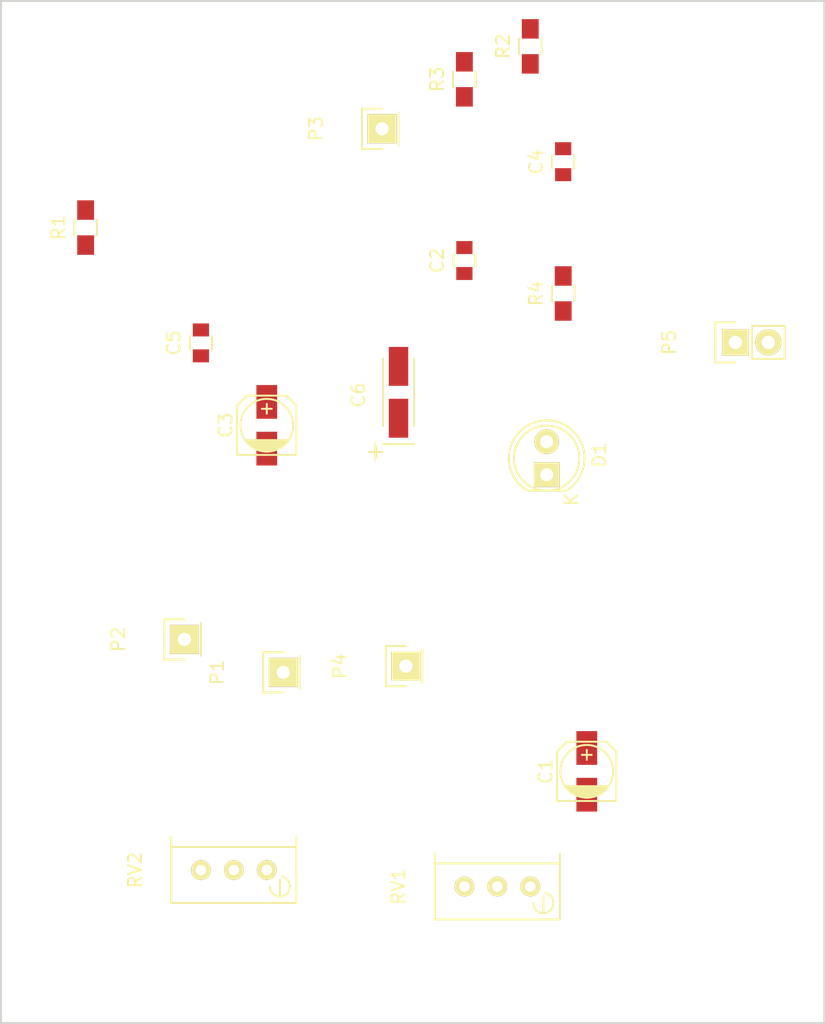
<source format=kicad_pcb>
(kicad_pcb (version 4) (host pcbnew 4.0.0-rc1-stable)

  (general
    (links 25)
    (no_connects 25)
    (area 114.024999 55.195 184.235001 99.019)
    (thickness 1.6)
    (drawings 4)
    (tracks 0)
    (zones 0)
    (modules 18)
    (nets 10)
  )

  (page A4)
  (layers
    (0 F.Cu signal)
    (31 B.Cu signal)
    (32 B.Adhes user)
    (33 F.Adhes user)
    (34 B.Paste user)
    (35 F.Paste user)
    (36 B.SilkS user)
    (37 F.SilkS user)
    (38 B.Mask user)
    (39 F.Mask user)
    (40 Dwgs.User user)
    (41 Cmts.User user)
    (42 Eco1.User user)
    (43 Eco2.User user)
    (44 Edge.Cuts user)
    (45 Margin user)
    (46 B.CrtYd user)
    (47 F.CrtYd user)
    (48 B.Fab user)
    (49 F.Fab user)
  )

  (setup
    (last_trace_width 0.25)
    (trace_clearance 0.2)
    (zone_clearance 0.508)
    (zone_45_only no)
    (trace_min 0.2)
    (segment_width 0.2)
    (edge_width 0.15)
    (via_size 0.6)
    (via_drill 0.4)
    (via_min_size 0.4)
    (via_min_drill 0.3)
    (uvia_size 0.3)
    (uvia_drill 0.1)
    (uvias_allowed no)
    (uvia_min_size 0.2)
    (uvia_min_drill 0.1)
    (pcb_text_width 0.3)
    (pcb_text_size 1.5 1.5)
    (mod_edge_width 0.15)
    (mod_text_size 1 1)
    (mod_text_width 0.15)
    (pad_size 1.524 1.524)
    (pad_drill 0.762)
    (pad_to_mask_clearance 0.2)
    (aux_axis_origin 0 0)
    (visible_elements FFFFFF7F)
    (pcbplotparams
      (layerselection 0x00030_80000001)
      (usegerberextensions false)
      (excludeedgelayer true)
      (linewidth 0.100000)
      (plotframeref false)
      (viasonmask false)
      (mode 1)
      (useauxorigin false)
      (hpglpennumber 1)
      (hpglpenspeed 20)
      (hpglpendiameter 15)
      (hpglpenoverlay 2)
      (psnegative false)
      (psa4output false)
      (plotreference true)
      (plotvalue true)
      (plotinvisibletext false)
      (padsonsilk false)
      (subtractmaskfromsilk false)
      (outputformat 1)
      (mirror false)
      (drillshape 1)
      (scaleselection 1)
      (outputdirectory ""))
  )

  (net 0 "")
  (net 1 Vcc)
  (net 2 GND)
  (net 3 Vref)
  (net 4 Vin)
  (net 5 "Net-(D1-Pad1)")
  (net 6 Vsignal)
  (net 7 Vfb)
  (net 8 "Net-(R4-Pad2)")
  (net 9 "Net-(RV1-Pad3)")

  (net_class Default "This is the default net class."
    (clearance 0.2)
    (trace_width 0.25)
    (via_dia 0.6)
    (via_drill 0.4)
    (uvia_dia 0.3)
    (uvia_drill 0.1)
    (add_net GND)
    (add_net "Net-(D1-Pad1)")
    (add_net "Net-(R4-Pad2)")
    (add_net "Net-(RV1-Pad3)")
    (add_net Vcc)
    (add_net Vfb)
    (add_net Vin)
    (add_net Vref)
    (add_net Vsignal)
  )

  (module Capacitors_SMD:c_elec_4x5.7 (layer F.Cu) (tedit 556FDF26) (tstamp 5618047F)
    (at 131.54 115.21 90)
    (descr "SMT capacitor, aluminium electrolytic, 4x5.7")
    (path /56181DAE)
    (attr smd)
    (fp_text reference C1 (at 0 -3.175 90) (layer F.SilkS)
      (effects (font (size 1 1) (thickness 0.15)))
    )
    (fp_text value 10u (at 0 3.175 90) (layer F.Fab)
      (effects (font (size 1 1) (thickness 0.15)))
    )
    (fp_line (start -3.35 -2.65) (end 3.35 -2.65) (layer F.CrtYd) (width 0.05))
    (fp_line (start 3.35 -2.65) (end 3.35 2.65) (layer F.CrtYd) (width 0.05))
    (fp_line (start 3.35 2.65) (end -3.35 2.65) (layer F.CrtYd) (width 0.05))
    (fp_line (start -3.35 2.65) (end -3.35 -2.65) (layer F.CrtYd) (width 0.05))
    (fp_line (start 1.651 0) (end 0.889 0) (layer F.SilkS) (width 0.15))
    (fp_line (start 1.27 -0.381) (end 1.27 0.381) (layer F.SilkS) (width 0.15))
    (fp_line (start 1.524 2.286) (end -2.286 2.286) (layer F.SilkS) (width 0.15))
    (fp_line (start 2.286 -1.524) (end 2.286 1.524) (layer F.SilkS) (width 0.15))
    (fp_line (start 1.524 2.286) (end 2.286 1.524) (layer F.SilkS) (width 0.15))
    (fp_line (start 1.524 -2.286) (end -2.286 -2.286) (layer F.SilkS) (width 0.15))
    (fp_line (start 1.524 -2.286) (end 2.286 -1.524) (layer F.SilkS) (width 0.15))
    (fp_line (start -2.032 0.127) (end -2.032 -0.127) (layer F.SilkS) (width 0.15))
    (fp_line (start -1.905 -0.635) (end -1.905 0.635) (layer F.SilkS) (width 0.15))
    (fp_line (start -1.778 0.889) (end -1.778 -0.889) (layer F.SilkS) (width 0.15))
    (fp_line (start -1.651 1.143) (end -1.651 -1.143) (layer F.SilkS) (width 0.15))
    (fp_line (start -1.524 -1.27) (end -1.524 1.27) (layer F.SilkS) (width 0.15))
    (fp_line (start -1.397 1.397) (end -1.397 -1.397) (layer F.SilkS) (width 0.15))
    (fp_line (start -1.27 -1.524) (end -1.27 1.524) (layer F.SilkS) (width 0.15))
    (fp_line (start -1.143 -1.651) (end -1.143 1.651) (layer F.SilkS) (width 0.15))
    (fp_line (start -2.286 -2.286) (end -2.286 2.286) (layer F.SilkS) (width 0.15))
    (fp_circle (center 0 0) (end -2.032 0) (layer F.SilkS) (width 0.15))
    (pad 1 smd rect (at 1.80086 0 90) (size 2.60096 1.6002) (layers F.Cu F.Paste F.Mask)
      (net 1 Vcc))
    (pad 2 smd rect (at -1.80086 0 90) (size 2.60096 1.6002) (layers F.Cu F.Paste F.Mask)
      (net 2 GND))
    (model Capacitors_SMD.3dshapes/c_elec_4x5.7.wrl
      (at (xyz 0 0 0))
      (scale (xyz 1 1 1))
      (rotate (xyz 0 0 0))
    )
  )

  (module Capacitors_SMD:C_0805 (layer F.Cu) (tedit 5415D6EA) (tstamp 56180485)
    (at 122.1 75.83 90)
    (descr "Capacitor SMD 0805, reflow soldering, AVX (see smccp.pdf)")
    (tags "capacitor 0805")
    (path /56153EF9)
    (attr smd)
    (fp_text reference C2 (at 0 -2.1 90) (layer F.SilkS)
      (effects (font (size 1 1) (thickness 0.15)))
    )
    (fp_text value 0,01u (at 0 2.1 90) (layer F.Fab)
      (effects (font (size 1 1) (thickness 0.15)))
    )
    (fp_line (start -1.8 -1) (end 1.8 -1) (layer F.CrtYd) (width 0.05))
    (fp_line (start -1.8 1) (end 1.8 1) (layer F.CrtYd) (width 0.05))
    (fp_line (start -1.8 -1) (end -1.8 1) (layer F.CrtYd) (width 0.05))
    (fp_line (start 1.8 -1) (end 1.8 1) (layer F.CrtYd) (width 0.05))
    (fp_line (start 0.5 -0.85) (end -0.5 -0.85) (layer F.SilkS) (width 0.15))
    (fp_line (start -0.5 0.85) (end 0.5 0.85) (layer F.SilkS) (width 0.15))
    (pad 1 smd rect (at -1 0 90) (size 1 1.25) (layers F.Cu F.Paste F.Mask)
      (net 1 Vcc))
    (pad 2 smd rect (at 1 0 90) (size 1 1.25) (layers F.Cu F.Paste F.Mask)
      (net 2 GND))
    (model Capacitors_SMD.3dshapes/C_0805.wrl
      (at (xyz 0 0 0))
      (scale (xyz 1 1 1))
      (rotate (xyz 0 0 0))
    )
  )

  (module Capacitors_SMD:c_elec_4x5.7 (layer F.Cu) (tedit 556FDF26) (tstamp 5618048B)
    (at 106.86 88.53 90)
    (descr "SMT capacitor, aluminium electrolytic, 4x5.7")
    (path /5617FB92)
    (attr smd)
    (fp_text reference C3 (at 0 -3.175 90) (layer F.SilkS)
      (effects (font (size 1 1) (thickness 0.15)))
    )
    (fp_text value 220u (at 0 3.175 90) (layer F.Fab)
      (effects (font (size 1 1) (thickness 0.15)))
    )
    (fp_line (start -3.35 -2.65) (end 3.35 -2.65) (layer F.CrtYd) (width 0.05))
    (fp_line (start 3.35 -2.65) (end 3.35 2.65) (layer F.CrtYd) (width 0.05))
    (fp_line (start 3.35 2.65) (end -3.35 2.65) (layer F.CrtYd) (width 0.05))
    (fp_line (start -3.35 2.65) (end -3.35 -2.65) (layer F.CrtYd) (width 0.05))
    (fp_line (start 1.651 0) (end 0.889 0) (layer F.SilkS) (width 0.15))
    (fp_line (start 1.27 -0.381) (end 1.27 0.381) (layer F.SilkS) (width 0.15))
    (fp_line (start 1.524 2.286) (end -2.286 2.286) (layer F.SilkS) (width 0.15))
    (fp_line (start 2.286 -1.524) (end 2.286 1.524) (layer F.SilkS) (width 0.15))
    (fp_line (start 1.524 2.286) (end 2.286 1.524) (layer F.SilkS) (width 0.15))
    (fp_line (start 1.524 -2.286) (end -2.286 -2.286) (layer F.SilkS) (width 0.15))
    (fp_line (start 1.524 -2.286) (end 2.286 -1.524) (layer F.SilkS) (width 0.15))
    (fp_line (start -2.032 0.127) (end -2.032 -0.127) (layer F.SilkS) (width 0.15))
    (fp_line (start -1.905 -0.635) (end -1.905 0.635) (layer F.SilkS) (width 0.15))
    (fp_line (start -1.778 0.889) (end -1.778 -0.889) (layer F.SilkS) (width 0.15))
    (fp_line (start -1.651 1.143) (end -1.651 -1.143) (layer F.SilkS) (width 0.15))
    (fp_line (start -1.524 -1.27) (end -1.524 1.27) (layer F.SilkS) (width 0.15))
    (fp_line (start -1.397 1.397) (end -1.397 -1.397) (layer F.SilkS) (width 0.15))
    (fp_line (start -1.27 -1.524) (end -1.27 1.524) (layer F.SilkS) (width 0.15))
    (fp_line (start -1.143 -1.651) (end -1.143 1.651) (layer F.SilkS) (width 0.15))
    (fp_line (start -2.286 -2.286) (end -2.286 2.286) (layer F.SilkS) (width 0.15))
    (fp_circle (center 0 0) (end -2.032 0) (layer F.SilkS) (width 0.15))
    (pad 1 smd rect (at 1.80086 0 90) (size 2.60096 1.6002) (layers F.Cu F.Paste F.Mask)
      (net 3 Vref))
    (pad 2 smd rect (at -1.80086 0 90) (size 2.60096 1.6002) (layers F.Cu F.Paste F.Mask)
      (net 2 GND))
    (model Capacitors_SMD.3dshapes/c_elec_4x5.7.wrl
      (at (xyz 0 0 0))
      (scale (xyz 1 1 1))
      (rotate (xyz 0 0 0))
    )
  )

  (module Capacitors_SMD:C_0805 (layer F.Cu) (tedit 5415D6EA) (tstamp 56180491)
    (at 129.72 68.21 90)
    (descr "Capacitor SMD 0805, reflow soldering, AVX (see smccp.pdf)")
    (tags "capacitor 0805")
    (path /56154D38)
    (attr smd)
    (fp_text reference C4 (at 0 -2.1 90) (layer F.SilkS)
      (effects (font (size 1 1) (thickness 0.15)))
    )
    (fp_text value 1u (at 0 2.1 90) (layer F.Fab)
      (effects (font (size 1 1) (thickness 0.15)))
    )
    (fp_line (start -1.8 -1) (end 1.8 -1) (layer F.CrtYd) (width 0.05))
    (fp_line (start -1.8 1) (end 1.8 1) (layer F.CrtYd) (width 0.05))
    (fp_line (start -1.8 -1) (end -1.8 1) (layer F.CrtYd) (width 0.05))
    (fp_line (start 1.8 -1) (end 1.8 1) (layer F.CrtYd) (width 0.05))
    (fp_line (start 0.5 -0.85) (end -0.5 -0.85) (layer F.SilkS) (width 0.15))
    (fp_line (start -0.5 0.85) (end 0.5 0.85) (layer F.SilkS) (width 0.15))
    (pad 1 smd rect (at -1 0 90) (size 1 1.25) (layers F.Cu F.Paste F.Mask)
      (net 3 Vref))
    (pad 2 smd rect (at 1 0 90) (size 1 1.25) (layers F.Cu F.Paste F.Mask)
      (net 2 GND))
    (model Capacitors_SMD.3dshapes/C_0805.wrl
      (at (xyz 0 0 0))
      (scale (xyz 1 1 1))
      (rotate (xyz 0 0 0))
    )
  )

  (module Capacitors_SMD:C_0805 (layer F.Cu) (tedit 5415D6EA) (tstamp 56180497)
    (at 101.78 82.18 90)
    (descr "Capacitor SMD 0805, reflow soldering, AVX (see smccp.pdf)")
    (tags "capacitor 0805")
    (path /56155461)
    (attr smd)
    (fp_text reference C5 (at 0 -2.1 90) (layer F.SilkS)
      (effects (font (size 1 1) (thickness 0.15)))
    )
    (fp_text value 1n (at 0 2.1 90) (layer F.Fab)
      (effects (font (size 1 1) (thickness 0.15)))
    )
    (fp_line (start -1.8 -1) (end 1.8 -1) (layer F.CrtYd) (width 0.05))
    (fp_line (start -1.8 1) (end 1.8 1) (layer F.CrtYd) (width 0.05))
    (fp_line (start -1.8 -1) (end -1.8 1) (layer F.CrtYd) (width 0.05))
    (fp_line (start 1.8 -1) (end 1.8 1) (layer F.CrtYd) (width 0.05))
    (fp_line (start 0.5 -0.85) (end -0.5 -0.85) (layer F.SilkS) (width 0.15))
    (fp_line (start -0.5 0.85) (end 0.5 0.85) (layer F.SilkS) (width 0.15))
    (pad 1 smd rect (at -1 0 90) (size 1 1.25) (layers F.Cu F.Paste F.Mask)
      (net 4 Vin))
    (pad 2 smd rect (at 1 0 90) (size 1 1.25) (layers F.Cu F.Paste F.Mask)
      (net 2 GND))
    (model Capacitors_SMD.3dshapes/C_0805.wrl
      (at (xyz 0 0 0))
      (scale (xyz 1 1 1))
      (rotate (xyz 0 0 0))
    )
  )

  (module Capacitors_Tantalum_SMD:TantalC_SizeA_EIA-3216_HandSoldering (layer F.Cu) (tedit 0) (tstamp 5618049D)
    (at 117.02 85.99 90)
    (descr "Tantal Cap. , Size A, EIA-3216, Hand Soldering,")
    (tags "Tantal Cap. , Size A, EIA-3216, Hand Soldering,")
    (path /5617FBFD)
    (attr smd)
    (fp_text reference C6 (at -0.20066 -3.0988 90) (layer F.SilkS)
      (effects (font (size 1 1) (thickness 0.15)))
    )
    (fp_text value 10u (at -0.09906 3.0988 90) (layer F.Fab)
      (effects (font (size 1 1) (thickness 0.15)))
    )
    (fp_text user + (at -4.59994 -1.80086 90) (layer F.SilkS)
      (effects (font (size 1 1) (thickness 0.15)))
    )
    (fp_line (start -2.60096 1.19888) (end 2.60096 1.19888) (layer F.SilkS) (width 0.15))
    (fp_line (start 2.60096 -1.19888) (end -2.60096 -1.19888) (layer F.SilkS) (width 0.15))
    (fp_line (start -4.59994 -2.2987) (end -4.59994 -1.19888) (layer F.SilkS) (width 0.15))
    (fp_line (start -5.19938 -1.79832) (end -4.0005 -1.79832) (layer F.SilkS) (width 0.15))
    (fp_line (start -3.99542 -1.19888) (end -3.99542 1.19888) (layer F.SilkS) (width 0.15))
    (pad 2 smd rect (at 1.99898 0 90) (size 2.99974 1.50114) (layers F.Cu F.Paste F.Mask)
      (net 2 GND))
    (pad 1 smd rect (at -1.99898 0 90) (size 2.99974 1.50114) (layers F.Cu F.Paste F.Mask)
      (net 3 Vref))
    (model Capacitors_Tantalum_SMD.3dshapes/TantalC_SizeA_EIA-3216_HandSoldering.wrl
      (at (xyz 0 0 0))
      (scale (xyz 1 1 1))
      (rotate (xyz 0 0 180))
    )
  )

  (module LEDs:LED-5MM (layer F.Cu) (tedit 5570F7EA) (tstamp 561804A3)
    (at 128.45 92.34 90)
    (descr "LED 5mm round vertical")
    (tags "LED 5mm round vertical")
    (path /56154941)
    (fp_text reference D1 (at 1.524 4.064 90) (layer F.SilkS)
      (effects (font (size 1 1) (thickness 0.15)))
    )
    (fp_text value LM336 (at 1.524 -3.937 90) (layer F.Fab)
      (effects (font (size 1 1) (thickness 0.15)))
    )
    (fp_line (start -1.5 -1.55) (end -1.5 1.55) (layer F.CrtYd) (width 0.05))
    (fp_arc (start 1.3 0) (end -1.5 1.55) (angle -302) (layer F.CrtYd) (width 0.05))
    (fp_arc (start 1.27 0) (end -1.23 -1.5) (angle 297.5) (layer F.SilkS) (width 0.15))
    (fp_line (start -1.23 1.5) (end -1.23 -1.5) (layer F.SilkS) (width 0.15))
    (fp_circle (center 1.27 0) (end 0.97 -2.5) (layer F.SilkS) (width 0.15))
    (fp_text user K (at -1.905 1.905 90) (layer F.SilkS)
      (effects (font (size 1 1) (thickness 0.15)))
    )
    (pad 1 thru_hole rect (at 0 0 180) (size 2 1.9) (drill 1.00076) (layers *.Cu *.Mask F.SilkS)
      (net 5 "Net-(D1-Pad1)"))
    (pad 2 thru_hole circle (at 2.54 0 90) (size 1.9 1.9) (drill 1.00076) (layers *.Cu *.Mask F.SilkS)
      (net 2 GND))
    (model LEDs.3dshapes/LED-5MM.wrl
      (at (xyz 0.05 0 0))
      (scale (xyz 1 1 1))
      (rotate (xyz 0 0 90))
    )
  )

  (module Pin_Headers:Pin_Header_Straight_1x01 (layer F.Cu) (tedit 54EA08DC) (tstamp 561804A8)
    (at 108.13 107.58 90)
    (descr "Through hole pin header")
    (tags "pin header")
    (path /5615C0F2)
    (fp_text reference P1 (at 0 -5.1 90) (layer F.SilkS)
      (effects (font (size 1 1) (thickness 0.15)))
    )
    (fp_text value CONN_01X01 (at 0 -3.1 90) (layer F.Fab)
      (effects (font (size 1 1) (thickness 0.15)))
    )
    (fp_line (start 1.55 -1.55) (end 1.55 0) (layer F.SilkS) (width 0.15))
    (fp_line (start -1.75 -1.75) (end -1.75 1.75) (layer F.CrtYd) (width 0.05))
    (fp_line (start 1.75 -1.75) (end 1.75 1.75) (layer F.CrtYd) (width 0.05))
    (fp_line (start -1.75 -1.75) (end 1.75 -1.75) (layer F.CrtYd) (width 0.05))
    (fp_line (start -1.75 1.75) (end 1.75 1.75) (layer F.CrtYd) (width 0.05))
    (fp_line (start -1.55 0) (end -1.55 -1.55) (layer F.SilkS) (width 0.15))
    (fp_line (start -1.55 -1.55) (end 1.55 -1.55) (layer F.SilkS) (width 0.15))
    (fp_line (start -1.27 1.27) (end 1.27 1.27) (layer F.SilkS) (width 0.15))
    (pad 1 thru_hole rect (at 0 0 90) (size 2.2352 2.2352) (drill 1.016) (layers *.Cu *.Mask F.SilkS)
      (net 6 Vsignal))
    (model Pin_Headers.3dshapes/Pin_Header_Straight_1x01.wrl
      (at (xyz 0 0 0))
      (scale (xyz 1 1 1))
      (rotate (xyz 0 0 90))
    )
  )

  (module Pin_Headers:Pin_Header_Straight_1x01 (layer F.Cu) (tedit 54EA08DC) (tstamp 561804AD)
    (at 100.51 105.04 90)
    (descr "Through hole pin header")
    (tags "pin header")
    (path /5615D381)
    (fp_text reference P2 (at 0 -5.1 90) (layer F.SilkS)
      (effects (font (size 1 1) (thickness 0.15)))
    )
    (fp_text value CONN_01X01 (at 0 -3.1 90) (layer F.Fab)
      (effects (font (size 1 1) (thickness 0.15)))
    )
    (fp_line (start 1.55 -1.55) (end 1.55 0) (layer F.SilkS) (width 0.15))
    (fp_line (start -1.75 -1.75) (end -1.75 1.75) (layer F.CrtYd) (width 0.05))
    (fp_line (start 1.75 -1.75) (end 1.75 1.75) (layer F.CrtYd) (width 0.05))
    (fp_line (start -1.75 -1.75) (end 1.75 -1.75) (layer F.CrtYd) (width 0.05))
    (fp_line (start -1.75 1.75) (end 1.75 1.75) (layer F.CrtYd) (width 0.05))
    (fp_line (start -1.55 0) (end -1.55 -1.55) (layer F.SilkS) (width 0.15))
    (fp_line (start -1.55 -1.55) (end 1.55 -1.55) (layer F.SilkS) (width 0.15))
    (fp_line (start -1.27 1.27) (end 1.27 1.27) (layer F.SilkS) (width 0.15))
    (pad 1 thru_hole rect (at 0 0 90) (size 2.2352 2.2352) (drill 1.016) (layers *.Cu *.Mask F.SilkS)
      (net 2 GND))
    (model Pin_Headers.3dshapes/Pin_Header_Straight_1x01.wrl
      (at (xyz 0 0 0))
      (scale (xyz 1 1 1))
      (rotate (xyz 0 0 90))
    )
  )

  (module Pin_Headers:Pin_Header_Straight_1x01 (layer F.Cu) (tedit 54EA08DC) (tstamp 561804B2)
    (at 115.75 65.67 90)
    (descr "Through hole pin header")
    (tags "pin header")
    (path /5615C60D)
    (fp_text reference P3 (at 0 -5.1 90) (layer F.SilkS)
      (effects (font (size 1 1) (thickness 0.15)))
    )
    (fp_text value CONN_01X01 (at 0 -3.1 90) (layer F.Fab)
      (effects (font (size 1 1) (thickness 0.15)))
    )
    (fp_line (start 1.55 -1.55) (end 1.55 0) (layer F.SilkS) (width 0.15))
    (fp_line (start -1.75 -1.75) (end -1.75 1.75) (layer F.CrtYd) (width 0.05))
    (fp_line (start 1.75 -1.75) (end 1.75 1.75) (layer F.CrtYd) (width 0.05))
    (fp_line (start -1.75 -1.75) (end 1.75 -1.75) (layer F.CrtYd) (width 0.05))
    (fp_line (start -1.75 1.75) (end 1.75 1.75) (layer F.CrtYd) (width 0.05))
    (fp_line (start -1.55 0) (end -1.55 -1.55) (layer F.SilkS) (width 0.15))
    (fp_line (start -1.55 -1.55) (end 1.55 -1.55) (layer F.SilkS) (width 0.15))
    (fp_line (start -1.27 1.27) (end 1.27 1.27) (layer F.SilkS) (width 0.15))
    (pad 1 thru_hole rect (at 0 0 90) (size 2.2352 2.2352) (drill 1.016) (layers *.Cu *.Mask F.SilkS)
      (net 7 Vfb))
    (model Pin_Headers.3dshapes/Pin_Header_Straight_1x01.wrl
      (at (xyz 0 0 0))
      (scale (xyz 1 1 1))
      (rotate (xyz 0 0 90))
    )
  )

  (module Pin_Headers:Pin_Header_Straight_1x01 (layer F.Cu) (tedit 54EA08DC) (tstamp 561804B7)
    (at 117.59 107.1 90)
    (descr "Through hole pin header")
    (tags "pin header")
    (path /5615E308)
    (fp_text reference P4 (at 0 -5.1 90) (layer F.SilkS)
      (effects (font (size 1 1) (thickness 0.15)))
    )
    (fp_text value CONN_01X01 (at 0 -3.1 90) (layer F.Fab)
      (effects (font (size 1 1) (thickness 0.15)))
    )
    (fp_line (start 1.55 -1.55) (end 1.55 0) (layer F.SilkS) (width 0.15))
    (fp_line (start -1.75 -1.75) (end -1.75 1.75) (layer F.CrtYd) (width 0.05))
    (fp_line (start 1.75 -1.75) (end 1.75 1.75) (layer F.CrtYd) (width 0.05))
    (fp_line (start -1.75 -1.75) (end 1.75 -1.75) (layer F.CrtYd) (width 0.05))
    (fp_line (start -1.75 1.75) (end 1.75 1.75) (layer F.CrtYd) (width 0.05))
    (fp_line (start -1.55 0) (end -1.55 -1.55) (layer F.SilkS) (width 0.15))
    (fp_line (start -1.55 -1.55) (end 1.55 -1.55) (layer F.SilkS) (width 0.15))
    (fp_line (start -1.27 1.27) (end 1.27 1.27) (layer F.SilkS) (width 0.15))
    (pad 1 thru_hole rect (at 0 0 90) (size 2.2352 2.2352) (drill 1.016) (layers *.Cu *.Mask F.SilkS)
      (net 1 Vcc))
    (model Pin_Headers.3dshapes/Pin_Header_Straight_1x01.wrl
      (at (xyz 0 0 0))
      (scale (xyz 1 1 1))
      (rotate (xyz 0 0 90))
    )
  )

  (module Pin_Headers:Pin_Header_Straight_1x02 (layer F.Cu) (tedit 54EA090C) (tstamp 561804BD)
    (at 143 82.14 90)
    (descr "Through hole pin header")
    (tags "pin header")
    (path /5615D473)
    (fp_text reference P5 (at 0 -5.1 90) (layer F.SilkS)
      (effects (font (size 1 1) (thickness 0.15)))
    )
    (fp_text value CONN_01X02 (at 0 -3.1 90) (layer F.Fab)
      (effects (font (size 1 1) (thickness 0.15)))
    )
    (fp_line (start 1.27 1.27) (end 1.27 3.81) (layer F.SilkS) (width 0.15))
    (fp_line (start 1.55 -1.55) (end 1.55 0) (layer F.SilkS) (width 0.15))
    (fp_line (start -1.75 -1.75) (end -1.75 4.3) (layer F.CrtYd) (width 0.05))
    (fp_line (start 1.75 -1.75) (end 1.75 4.3) (layer F.CrtYd) (width 0.05))
    (fp_line (start -1.75 -1.75) (end 1.75 -1.75) (layer F.CrtYd) (width 0.05))
    (fp_line (start -1.75 4.3) (end 1.75 4.3) (layer F.CrtYd) (width 0.05))
    (fp_line (start 1.27 1.27) (end -1.27 1.27) (layer F.SilkS) (width 0.15))
    (fp_line (start -1.55 0) (end -1.55 -1.55) (layer F.SilkS) (width 0.15))
    (fp_line (start -1.55 -1.55) (end 1.55 -1.55) (layer F.SilkS) (width 0.15))
    (fp_line (start -1.27 1.27) (end -1.27 3.81) (layer F.SilkS) (width 0.15))
    (fp_line (start -1.27 3.81) (end 1.27 3.81) (layer F.SilkS) (width 0.15))
    (pad 1 thru_hole rect (at 0 0 90) (size 2.032 2.032) (drill 1.016) (layers *.Cu *.Mask F.SilkS)
      (net 3 Vref))
    (pad 2 thru_hole oval (at 0 2.54 90) (size 2.032 2.032) (drill 1.016) (layers *.Cu *.Mask F.SilkS)
      (net 4 Vin))
    (model Pin_Headers.3dshapes/Pin_Header_Straight_1x02.wrl
      (at (xyz 0 -0.05 0))
      (scale (xyz 1 1 1))
      (rotate (xyz 0 0 90))
    )
  )

  (module Resistors_SMD:R_0805_HandSoldering (layer F.Cu) (tedit 54189DEE) (tstamp 561804C3)
    (at 92.89 73.29 90)
    (descr "Resistor SMD 0805, hand soldering")
    (tags "resistor 0805")
    (path /56153FC2)
    (attr smd)
    (fp_text reference R1 (at 0 -2.1 90) (layer F.SilkS)
      (effects (font (size 1 1) (thickness 0.15)))
    )
    (fp_text value 1,2k (at 0 2.1 90) (layer F.Fab)
      (effects (font (size 1 1) (thickness 0.15)))
    )
    (fp_line (start -2.4 -1) (end 2.4 -1) (layer F.CrtYd) (width 0.05))
    (fp_line (start -2.4 1) (end 2.4 1) (layer F.CrtYd) (width 0.05))
    (fp_line (start -2.4 -1) (end -2.4 1) (layer F.CrtYd) (width 0.05))
    (fp_line (start 2.4 -1) (end 2.4 1) (layer F.CrtYd) (width 0.05))
    (fp_line (start 0.6 0.875) (end -0.6 0.875) (layer F.SilkS) (width 0.15))
    (fp_line (start -0.6 -0.875) (end 0.6 -0.875) (layer F.SilkS) (width 0.15))
    (pad 1 smd rect (at -1.35 0 90) (size 1.5 1.3) (layers F.Cu F.Paste F.Mask)
      (net 5 "Net-(D1-Pad1)"))
    (pad 2 smd rect (at 1.35 0 90) (size 1.5 1.3) (layers F.Cu F.Paste F.Mask)
      (net 1 Vcc))
    (model Resistors_SMD.3dshapes/R_0805_HandSoldering.wrl
      (at (xyz 0 0 0))
      (scale (xyz 1 1 1))
      (rotate (xyz 0 0 0))
    )
  )

  (module Resistors_SMD:R_0805_HandSoldering (layer F.Cu) (tedit 54189DEE) (tstamp 561804C9)
    (at 127.18 59.32 90)
    (descr "Resistor SMD 0805, hand soldering")
    (tags "resistor 0805")
    (path /561553B6)
    (attr smd)
    (fp_text reference R2 (at 0 -2.1 90) (layer F.SilkS)
      (effects (font (size 1 1) (thickness 0.15)))
    )
    (fp_text value 6,8K (at 0 2.1 90) (layer F.Fab)
      (effects (font (size 1 1) (thickness 0.15)))
    )
    (fp_line (start -2.4 -1) (end 2.4 -1) (layer F.CrtYd) (width 0.05))
    (fp_line (start -2.4 1) (end 2.4 1) (layer F.CrtYd) (width 0.05))
    (fp_line (start -2.4 -1) (end -2.4 1) (layer F.CrtYd) (width 0.05))
    (fp_line (start 2.4 -1) (end 2.4 1) (layer F.CrtYd) (width 0.05))
    (fp_line (start 0.6 0.875) (end -0.6 0.875) (layer F.SilkS) (width 0.15))
    (fp_line (start -0.6 -0.875) (end 0.6 -0.875) (layer F.SilkS) (width 0.15))
    (pad 1 smd rect (at -1.35 0 90) (size 1.5 1.3) (layers F.Cu F.Paste F.Mask)
      (net 4 Vin))
    (pad 2 smd rect (at 1.35 0 90) (size 1.5 1.3) (layers F.Cu F.Paste F.Mask)
      (net 6 Vsignal))
    (model Resistors_SMD.3dshapes/R_0805_HandSoldering.wrl
      (at (xyz 0 0 0))
      (scale (xyz 1 1 1))
      (rotate (xyz 0 0 0))
    )
  )

  (module Resistors_SMD:R_0805_HandSoldering (layer F.Cu) (tedit 54189DEE) (tstamp 561804CF)
    (at 122.1 61.86 90)
    (descr "Resistor SMD 0805, hand soldering")
    (tags "resistor 0805")
    (path /5615541C)
    (attr smd)
    (fp_text reference R3 (at 0 -2.1 90) (layer F.SilkS)
      (effects (font (size 1 1) (thickness 0.15)))
    )
    (fp_text value 6,8K (at 0 2.1 90) (layer F.Fab)
      (effects (font (size 1 1) (thickness 0.15)))
    )
    (fp_line (start -2.4 -1) (end 2.4 -1) (layer F.CrtYd) (width 0.05))
    (fp_line (start -2.4 1) (end 2.4 1) (layer F.CrtYd) (width 0.05))
    (fp_line (start -2.4 -1) (end -2.4 1) (layer F.CrtYd) (width 0.05))
    (fp_line (start 2.4 -1) (end 2.4 1) (layer F.CrtYd) (width 0.05))
    (fp_line (start 0.6 0.875) (end -0.6 0.875) (layer F.SilkS) (width 0.15))
    (fp_line (start -0.6 -0.875) (end 0.6 -0.875) (layer F.SilkS) (width 0.15))
    (pad 1 smd rect (at -1.35 0 90) (size 1.5 1.3) (layers F.Cu F.Paste F.Mask)
      (net 4 Vin))
    (pad 2 smd rect (at 1.35 0 90) (size 1.5 1.3) (layers F.Cu F.Paste F.Mask)
      (net 7 Vfb))
    (model Resistors_SMD.3dshapes/R_0805_HandSoldering.wrl
      (at (xyz 0 0 0))
      (scale (xyz 1 1 1))
      (rotate (xyz 0 0 0))
    )
  )

  (module Resistors_SMD:R_0805_HandSoldering (layer F.Cu) (tedit 54189DEE) (tstamp 561804D5)
    (at 129.72 78.37 90)
    (descr "Resistor SMD 0805, hand soldering")
    (tags "resistor 0805")
    (path /56181855)
    (attr smd)
    (fp_text reference R4 (at 0 -2.1 90) (layer F.SilkS)
      (effects (font (size 1 1) (thickness 0.15)))
    )
    (fp_text value 7,5k (at 0 2.1 90) (layer F.Fab)
      (effects (font (size 1 1) (thickness 0.15)))
    )
    (fp_line (start -2.4 -1) (end 2.4 -1) (layer F.CrtYd) (width 0.05))
    (fp_line (start -2.4 1) (end 2.4 1) (layer F.CrtYd) (width 0.05))
    (fp_line (start -2.4 -1) (end -2.4 1) (layer F.CrtYd) (width 0.05))
    (fp_line (start 2.4 -1) (end 2.4 1) (layer F.CrtYd) (width 0.05))
    (fp_line (start 0.6 0.875) (end -0.6 0.875) (layer F.SilkS) (width 0.15))
    (fp_line (start -0.6 -0.875) (end 0.6 -0.875) (layer F.SilkS) (width 0.15))
    (pad 1 smd rect (at -1.35 0 90) (size 1.5 1.3) (layers F.Cu F.Paste F.Mask)
      (net 3 Vref))
    (pad 2 smd rect (at 1.35 0 90) (size 1.5 1.3) (layers F.Cu F.Paste F.Mask)
      (net 8 "Net-(R4-Pad2)"))
    (model Resistors_SMD.3dshapes/R_0805_HandSoldering.wrl
      (at (xyz 0 0 0))
      (scale (xyz 1 1 1))
      (rotate (xyz 0 0 0))
    )
  )

  (module Potentiometers:Potentiometer_Bourns_3296W_3-8Zoll_Inline_ScrewUp (layer F.Cu) (tedit 54130B3D) (tstamp 561804DC)
    (at 127.18 124.09 90)
    (descr "3296, 3/8, Square, Trimpot, Trimming, Potentiometer, Bourns")
    (tags "3296, 3/8, Square, Trimpot, Trimming, Potentiometer, Bourns")
    (path /56154BFA)
    (fp_text reference RV1 (at 0 -10.16 90) (layer F.SilkS)
      (effects (font (size 1 1) (thickness 0.15)))
    )
    (fp_text value 100 (at 1.27 5.08 90) (layer F.Fab)
      (effects (font (size 1 1) (thickness 0.15)))
    )
    (fp_line (start -2.032 1.016) (end -0.762 1.016) (layer F.SilkS) (width 0.15))
    (fp_line (start -1.2827 0.2286) (end -1.5367 0.2667) (layer F.SilkS) (width 0.15))
    (fp_line (start -1.5367 0.2667) (end -1.8161 0.4445) (layer F.SilkS) (width 0.15))
    (fp_line (start -1.8161 0.4445) (end -2.032 0.762) (layer F.SilkS) (width 0.15))
    (fp_line (start -2.032 0.762) (end -2.0447 1.2065) (layer F.SilkS) (width 0.15))
    (fp_line (start -2.0447 1.2065) (end -1.8415 1.5621) (layer F.SilkS) (width 0.15))
    (fp_line (start -1.8415 1.5621) (end -1.5494 1.7399) (layer F.SilkS) (width 0.15))
    (fp_line (start -1.5494 1.7399) (end -1.2319 1.7907) (layer F.SilkS) (width 0.15))
    (fp_line (start -1.2319 1.7907) (end -0.8255 1.6891) (layer F.SilkS) (width 0.15))
    (fp_line (start -0.8255 1.6891) (end -0.5715 1.3462) (layer F.SilkS) (width 0.15))
    (fp_line (start -0.5715 1.3462) (end -0.4826 1.1684) (layer F.SilkS) (width 0.15))
    (fp_line (start 1.778 -7.366) (end 1.778 2.286) (layer F.SilkS) (width 0.15))
    (fp_line (start -1.27 2.286) (end -2.54 2.286) (layer F.SilkS) (width 0.15))
    (fp_line (start -2.54 2.286) (end -2.54 -7.366) (layer F.SilkS) (width 0.15))
    (fp_line (start -2.54 -7.366) (end 2.54 -7.366) (layer F.SilkS) (width 0.15))
    (fp_line (start 2.54 2.286) (end 0 2.286) (layer F.SilkS) (width 0.15))
    (fp_line (start 0 2.286) (end -1.27 2.286) (layer F.SilkS) (width 0.15))
    (pad 2 thru_hole circle (at 0 -2.54 90) (size 1.524 1.524) (drill 0.8128) (layers *.Cu *.Mask F.SilkS)
      (net 8 "Net-(R4-Pad2)"))
    (pad 3 thru_hole circle (at 0 -5.08 90) (size 1.524 1.524) (drill 0.8128) (layers *.Cu *.Mask F.SilkS)
      (net 9 "Net-(RV1-Pad3)"))
    (pad 1 thru_hole circle (at 0 0 90) (size 1.524 1.524) (drill 0.8128) (layers *.Cu *.Mask F.SilkS)
      (net 5 "Net-(D1-Pad1)"))
    (model Potentiometers.3dshapes/Potentiometer_Bourns_3296W_3-8Zoll_Inline_ScrewUp.wrl
      (at (xyz 0 0 0))
      (scale (xyz 1 1 1))
      (rotate (xyz 0 0 0))
    )
  )

  (module Potentiometers:Potentiometer_Bourns_3296W_3-8Zoll_Inline_ScrewUp (layer F.Cu) (tedit 54130B3D) (tstamp 561804E3)
    (at 106.86 122.82 90)
    (descr "3296, 3/8, Square, Trimpot, Trimming, Potentiometer, Bourns")
    (tags "3296, 3/8, Square, Trimpot, Trimming, Potentiometer, Bourns")
    (path /5617E04B)
    (fp_text reference RV2 (at 0 -10.16 90) (layer F.SilkS)
      (effects (font (size 1 1) (thickness 0.15)))
    )
    (fp_text value 1k (at 1.27 5.08 90) (layer F.Fab)
      (effects (font (size 1 1) (thickness 0.15)))
    )
    (fp_line (start -2.032 1.016) (end -0.762 1.016) (layer F.SilkS) (width 0.15))
    (fp_line (start -1.2827 0.2286) (end -1.5367 0.2667) (layer F.SilkS) (width 0.15))
    (fp_line (start -1.5367 0.2667) (end -1.8161 0.4445) (layer F.SilkS) (width 0.15))
    (fp_line (start -1.8161 0.4445) (end -2.032 0.762) (layer F.SilkS) (width 0.15))
    (fp_line (start -2.032 0.762) (end -2.0447 1.2065) (layer F.SilkS) (width 0.15))
    (fp_line (start -2.0447 1.2065) (end -1.8415 1.5621) (layer F.SilkS) (width 0.15))
    (fp_line (start -1.8415 1.5621) (end -1.5494 1.7399) (layer F.SilkS) (width 0.15))
    (fp_line (start -1.5494 1.7399) (end -1.2319 1.7907) (layer F.SilkS) (width 0.15))
    (fp_line (start -1.2319 1.7907) (end -0.8255 1.6891) (layer F.SilkS) (width 0.15))
    (fp_line (start -0.8255 1.6891) (end -0.5715 1.3462) (layer F.SilkS) (width 0.15))
    (fp_line (start -0.5715 1.3462) (end -0.4826 1.1684) (layer F.SilkS) (width 0.15))
    (fp_line (start 1.778 -7.366) (end 1.778 2.286) (layer F.SilkS) (width 0.15))
    (fp_line (start -1.27 2.286) (end -2.54 2.286) (layer F.SilkS) (width 0.15))
    (fp_line (start -2.54 2.286) (end -2.54 -7.366) (layer F.SilkS) (width 0.15))
    (fp_line (start -2.54 -7.366) (end 2.54 -7.366) (layer F.SilkS) (width 0.15))
    (fp_line (start 2.54 2.286) (end 0 2.286) (layer F.SilkS) (width 0.15))
    (fp_line (start 0 2.286) (end -1.27 2.286) (layer F.SilkS) (width 0.15))
    (pad 2 thru_hole circle (at 0 -2.54 90) (size 1.524 1.524) (drill 0.8128) (layers *.Cu *.Mask F.SilkS)
      (net 2 GND))
    (pad 3 thru_hole circle (at 0 -5.08 90) (size 1.524 1.524) (drill 0.8128) (layers *.Cu *.Mask F.SilkS)
      (net 2 GND))
    (pad 1 thru_hole circle (at 0 0 90) (size 1.524 1.524) (drill 0.8128) (layers *.Cu *.Mask F.SilkS)
      (net 9 "Net-(RV1-Pad3)"))
    (model Potentiometers.3dshapes/Potentiometer_Bourns_3296W_3-8Zoll_Inline_ScrewUp.wrl
      (at (xyz 0 0 0))
      (scale (xyz 1 1 1))
      (rotate (xyz 0 0 0))
    )
  )

  (gr_line (start 86.36 55.82) (end 86.36 134.62) (angle 90) (layer Edge.Cuts) (width 0.15))
  (gr_line (start 149.86 55.82) (end 86.36 55.82) (angle 90) (layer Edge.Cuts) (width 0.15))
  (gr_line (start 149.86 134.62) (end 149.86 55.82) (angle 90) (layer Edge.Cuts) (width 0.15))
  (gr_line (start 86.36 134.62) (end 149.86 134.62) (angle 90) (layer Edge.Cuts) (width 0.15))

)

</source>
